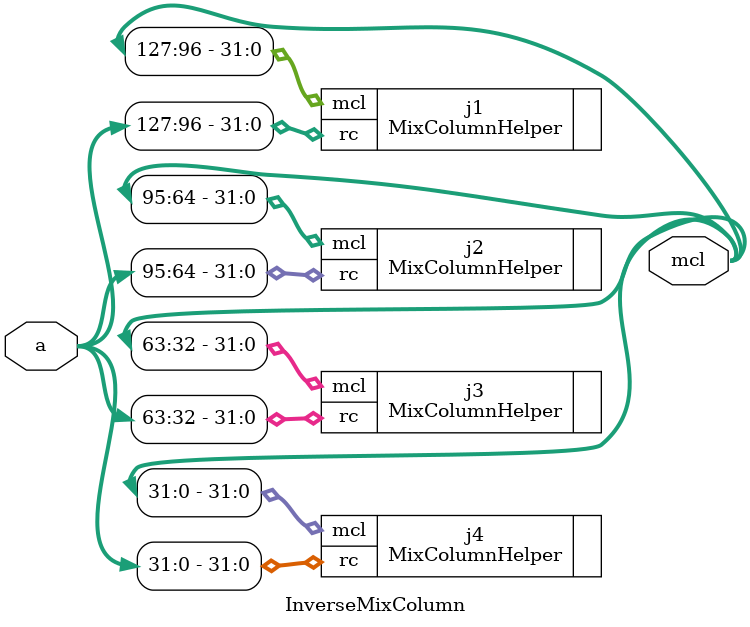
<source format=v>
`timescale 1ns / 1ps

module InverseMixColumn(a,mcl);
input [127:0] a;
output [127:0] mcl;


MixColumnHelper j1(.rc(a[127:96]),.mcl(mcl[127:96]));
MixColumnHelper j2(.rc(a[95:64]),.mcl(mcl[95:64]));
MixColumnHelper j3(.rc(a[63:32]),.mcl(mcl[63:32]));
MixColumnHelper j4(.rc(a[31:0]),.mcl(mcl[31:0]));

endmodule
</source>
